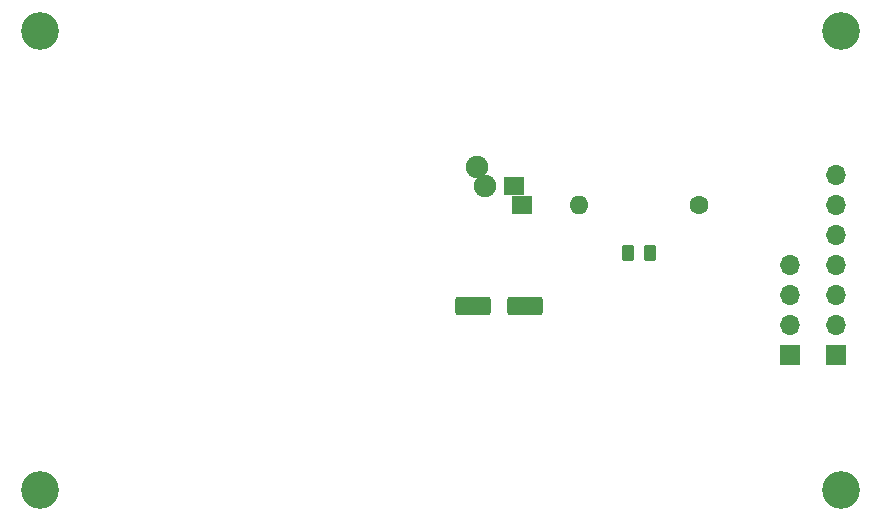
<source format=gbr>
%TF.GenerationSoftware,KiCad,Pcbnew,(6.99.0-1533-gf0f33ef1d3)*%
%TF.CreationDate,2022-04-06T09:30:28+02:00*%
%TF.ProjectId,freeDSP-aurora-extension-i2C-mod-display,66726565-4453-4502-9d61-75726f72612d,v1.2*%
%TF.SameCoordinates,Original*%
%TF.FileFunction,Soldermask,Top*%
%TF.FilePolarity,Negative*%
%FSLAX46Y46*%
G04 Gerber Fmt 4.6, Leading zero omitted, Abs format (unit mm)*
G04 Created by KiCad (PCBNEW (6.99.0-1533-gf0f33ef1d3)) date 2022-04-06 09:30:28*
%MOMM*%
%LPD*%
G01*
G04 APERTURE LIST*
G04 Aperture macros list*
%AMRoundRect*
0 Rectangle with rounded corners*
0 $1 Rounding radius*
0 $2 $3 $4 $5 $6 $7 $8 $9 X,Y pos of 4 corners*
0 Add a 4 corners polygon primitive as box body*
4,1,4,$2,$3,$4,$5,$6,$7,$8,$9,$2,$3,0*
0 Add four circle primitives for the rounded corners*
1,1,$1+$1,$2,$3*
1,1,$1+$1,$4,$5*
1,1,$1+$1,$6,$7*
1,1,$1+$1,$8,$9*
0 Add four rect primitives between the rounded corners*
20,1,$1+$1,$2,$3,$4,$5,0*
20,1,$1+$1,$4,$5,$6,$7,0*
20,1,$1+$1,$6,$7,$8,$9,0*
20,1,$1+$1,$8,$9,$2,$3,0*%
G04 Aperture macros list end*
%ADD10R,1.700000X1.700000*%
%ADD11O,1.700000X1.700000*%
%ADD12RoundRect,0.250000X0.262500X0.450000X-0.262500X0.450000X-0.262500X-0.450000X0.262500X-0.450000X0*%
%ADD13C,3.200000*%
%ADD14R,1.800000X1.600000*%
%ADD15C,1.900000*%
%ADD16C,1.600000*%
%ADD17O,1.600000X1.600000*%
%ADD18RoundRect,0.250000X1.250000X0.550000X-1.250000X0.550000X-1.250000X-0.550000X1.250000X-0.550000X0*%
G04 APERTURE END LIST*
D10*
%TO.C,J1*%
X165988999Y-106641999D03*
D11*
X165988999Y-104101999D03*
X165988999Y-101561999D03*
X165988999Y-99021999D03*
%TD*%
D12*
%TO.C,R1*%
X154074500Y-98044000D03*
X152249500Y-98044000D03*
%TD*%
D13*
%TO.C,REF\u002A\u002A*%
X170299000Y-79242000D03*
%TD*%
%TO.C,REF\u002A\u002A*%
X102439000Y-118042000D03*
%TD*%
D14*
%TO.C,C1*%
X143266613Y-93928999D03*
X142595676Y-92328999D03*
D15*
X140095677Y-92329000D03*
X139424740Y-90729000D03*
%TD*%
D16*
%TO.C,R1*%
X158242000Y-93980000D03*
D17*
X148081999Y-93979999D03*
%TD*%
D13*
%TO.C,REF\u002A\u002A*%
X102439000Y-79242000D03*
%TD*%
%TO.C,REF\u002A\u002A*%
X170229000Y-118042000D03*
%TD*%
D18*
%TO.C,c1*%
X143551000Y-102489000D03*
X139151000Y-102489000D03*
%TD*%
D10*
%TO.C,J2*%
X169838999Y-106641999D03*
D11*
X169838999Y-104101999D03*
X169838999Y-101561999D03*
X169838999Y-99021999D03*
X169838999Y-96481999D03*
X169838999Y-93941999D03*
X169838999Y-91401999D03*
%TD*%
M02*

</source>
